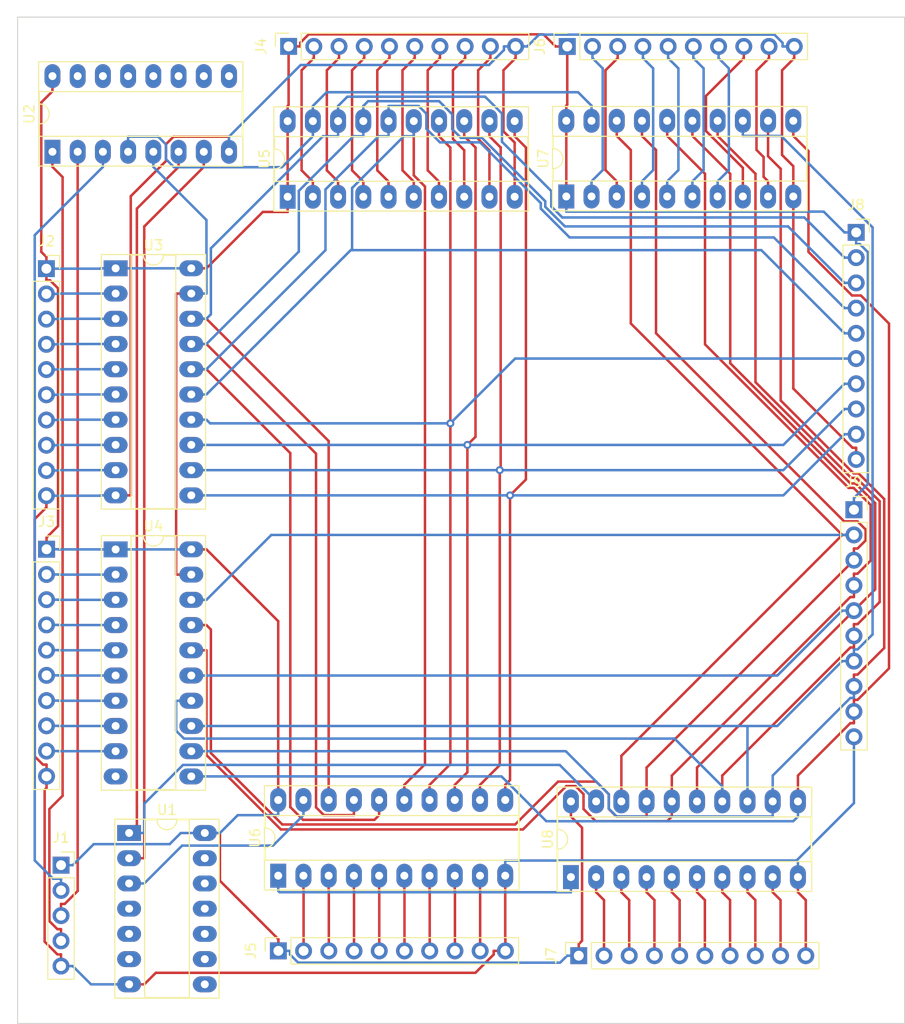
<source format=kicad_pcb>
(kicad_pcb (version 20211014) (generator pcbnew)
  (layers (0 "F.Cu" signal) (31 "B.Cu" signal) (34 "B.Paste" user) (35 "F.Paste" user) (36 "B.SilkS" user "B.Silkscreen") (37 "F.SilkS" user "F.Silkscreen") (38 "B.Mask" user) (39 "F.Mask" user) (44 "Edge.Cuts" user))
  (net 0 "")
  (net 1 "VCC")
  (net 2 "Net-(J1-Pad2)")
  (net 3 "Net-(J1-Pad3)")
  (net 4 "Net-(J1-Pad4)")
  (net 5 "GND")
  (net 6 "Net-(J2-Pad2)")
  (net 7 "Net-(J2-Pad3)")
  (net 8 "Net-(J2-Pad4)")
  (net 9 "Net-(J2-Pad5)")
  (net 10 "Net-(J3-Pad2)")
  (net 11 "Net-(J3-Pad3)")
  (net 12 "Net-(J3-Pad4)")
  (net 13 "Net-(J3-Pad5)")
  (net 14 "Net-(J3-Pad6)")
  (net 15 "Net-(J3-Pad7)")
  (net 16 "Net-(J3-Pad8)")
  (net 17 "Net-(J3-Pad9)")
  (net 18 "Net-(J4-Pad2)")
  (net 19 "Net-(J4-Pad3)")
  (net 20 "Net-(J4-Pad4)")
  (net 21 "Net-(J4-Pad5)")
  (net 22 "Net-(J4-Pad6)")
  (net 23 "Net-(J4-Pad7)")
  (net 24 "Net-(J4-Pad8)")
  (net 25 "Net-(J4-Pad9)")
  (net 26 "Net-(J5-Pad2)")
  (net 27 "Net-(J5-Pad3)")
  (net 28 "Net-(J5-Pad4)")
  (net 29 "Net-(J5-Pad5)")
  (net 30 "Net-(J5-Pad6)")
  (net 31 "Net-(J5-Pad7)")
  (net 32 "Net-(J5-Pad8)")
  (net 33 "Net-(J5-Pad9)")
  (net 34 "Net-(J6-Pad2)")
  (net 35 "Net-(J6-Pad3)")
  (net 36 "Net-(J6-Pad4)")
  (net 37 "Net-(J6-Pad5)")
  (net 38 "Net-(J6-Pad6)")
  (net 39 "Net-(J6-Pad7)")
  (net 40 "Net-(J6-Pad8)")
  (net 41 "Net-(J6-Pad9)")
  (net 42 "Net-(J7-Pad2)")
  (net 43 "Net-(J7-Pad3)")
  (net 44 "Net-(J7-Pad4)")
  (net 45 "Net-(J7-Pad5)")
  (net 46 "Net-(J7-Pad6)")
  (net 47 "Net-(J7-Pad7)")
  (net 48 "Net-(J7-Pad8)")
  (net 49 "Net-(J7-Pad9)")
  (net 50 "Net-(J8-Pad2)")
  (net 51 "Net-(J8-Pad3)")
  (net 52 "Net-(J8-Pad4)")
  (net 53 "Net-(J8-Pad5)")
  (net 54 "Net-(J8-Pad6)")
  (net 55 "Net-(J8-Pad7)")
  (net 56 "Net-(J8-Pad8)")
  (net 57 "Net-(J8-Pad9)")
  (net 58 "Net-(J9-Pad2)")
  (net 59 "Net-(J9-Pad3)")
  (net 60 "Net-(J9-Pad4)")
  (net 61 "Net-(J9-Pad5)")
  (net 62 "Net-(J9-Pad6)")
  (net 63 "Net-(J9-Pad7)")
  (net 64 "Net-(J9-Pad8)")
  (net 65 "Net-(J9-Pad9)")
  (net 66 "Net-(U1-Pad1)")
  (net 67 "Net-(U1-Pad2)")
  (net 68 "Net-(U1-Pad3)")
  (net 69 "Net-(U2-Pad4)")
  (net 70 "Net-(U2-Pad5)")
  (net 71 "Net-(J2-Pad6)")
  (net 72 "Net-(J2-Pad7)")
  (net 73 "Net-(J2-Pad8)")
  (net 74 "Net-(J2-Pad9)")
  (net 76 "Net-(U6-Pad1)")
  (footprint "Connector_PinSocket_2.54mm:PinSocket_1x10_P2.54mm_Vertical" (layer "F.Cu") (at 71.2 110.115 90)
    (fp_text reference "J7")
    (fp_text value "Conn_01x10")
  )
  (footprint "Connector_PinSocket_2.54mm:PinSocket_1x05_P2.54mm_Vertical" (layer "F.Cu") (at 19.065 101)
    (fp_text reference "J1")
    (fp_text value "Conn_01x05")
  )
  (footprint "Connector_PinSocket_2.54mm:PinSocket_1x10_P2.54mm_Vertical" (layer "F.Cu") (at 17.59 40.94)
    (fp_text reference "J2")
    (fp_text value "Conn_01x10")
  )
  (footprint "Connector_PinSocket_2.54mm:PinSocket_1x10_P2.54mm_Vertical" (layer "F.Cu") (at 98.91 65.21)
    (fp_text reference "J9")
    (fp_text value "Conn_01x10")
  )
  (footprint "Package_DIP:DIP-20_W7.62mm_Socket_LongPads" (layer "F.Cu") (at 24.56 40.905)
    (fp_text reference "U3")
    (fp_text value "74LS245")
  )
  (footprint "Package_DIP:DIP-20_W7.62mm_Socket_LongPads" (layer "F.Cu") (at 69.945 33.67 90)
    (fp_text reference "U7")
    (fp_text value "74LS245")
  )
  (footprint "Package_DIP:DIP-16_W7.62mm_Socket_LongPads" (layer "F.Cu") (at 18.2 29.17 90)
    (fp_text reference "U2")
    (fp_text value "74LS139")
  )
  (footprint "Connector_PinSocket_2.54mm:PinSocket_1x10_P2.54mm_Vertical" (layer "F.Cu") (at 40.95 109.63 90)
    (fp_text reference "J5")
    (fp_text value "Conn_01x10")
  )
  (footprint "Package_DIP:DIP-14_W7.62mm_Socket_LongPads" (layer "F.Cu") (at 25.92 97.76)
    (fp_text reference "U1")
    (fp_text value "74LS08")
  )
  (footprint "Package_DIP:DIP-20_W7.62mm_Socket_LongPads" (layer "F.Cu") (at 41.885 33.7 90)
    (fp_text reference "U5")
    (fp_text value "74LS245")
  )
  (footprint "Connector_PinSocket_2.54mm:PinSocket_1x10_P2.54mm_Vertical" (layer "F.Cu") (at 70.04 18.565 90)
    (fp_text reference "J6")
    (fp_text value "Conn_01x10")
  )
  (footprint "Connector_PinSocket_2.54mm:PinSocket_1x10_P2.54mm_Vertical" (layer "F.Cu") (at 99.135 37.29)
    (fp_text reference "J8")
    (fp_text value "Conn_01x10")
  )
  (footprint "Package_DIP:DIP-20_W7.62mm_Socket_LongPads" (layer "F.Cu") (at 70.41 102.2 90)
    (fp_text reference "U8")
    (fp_text value "74LS245")
  )
  (footprint "Package_DIP:DIP-20_W7.62mm_Socket_LongPads" (layer "F.Cu") (at 24.56 69.205)
    (fp_text reference "U4")
    (fp_text value "74LS245")
  )
  (footprint "Connector_PinSocket_2.54mm:PinSocket_1x10_P2.54mm_Vertical" (layer "F.Cu") (at 17.605 69.19)
    (fp_text reference "J3")
    (fp_text value "Conn_01x10")
  )
  (footprint "Package_DIP:DIP-20_W7.62mm_Socket_LongPads" (layer "F.Cu") (at 40.935 102.06 90)
    (fp_text reference "U6")
    (fp_text value "74LS245")
  )
  (footprint "Connector_PinSocket_2.54mm:PinSocket_1x10_P2.54mm_Vertical" (layer "F.Cu") (at 41.98 18.56 90)
    (fp_text reference "J4")
    (fp_text value "Conn_01x10")
  )
  (gr_rect (start 14.69 15.61) (end 104.013951 116.943767) (layer "Edge.Cuts") (width 0.1) (fill none))
  (segment (start 43.1551 18.1928) (end 44.0005 17.3474) (width 0.25) (layer "F.Cu") (net 1))
  (segment (start 69.945 24.5249) (end 70.04 24.4299) (width 0.25) (layer "F.Cu") (net 1))
  (segment (start 17.59 40.94) (end 17.59 42.1151) (width 0.25) (layer "F.Cu") (net 1))
  (segment (start 41.885 33.7) (end 41.885 35.2251) (width 0.25) (layer "F.Cu") (net 1))
  (segment (start 18.2 21.55) (end 18.2 23.0751) (width 0.25) (layer "F.Cu") (net 1))
  (segment (start 35.0651 102.57) (end 40.95 108.4549) (width 0.25) (layer "F.Cu") (net 1))
  (segment (start 71.2 110.115) (end 71.2 108.9399) (width 0.25) (layer "F.Cu") (net 1))
  (segment (start 33.7051 69.205) (end 40.935 76.4349) (width 0.25) (layer "F.Cu") (net 1))
  (segment (start 41.885 26.08) (end 41.885 24.5549) (width 0.25) (layer "F.Cu") (net 1))
  (segment (start 41.98 18.56) (end 43.1551 18.56) (width 0.25) (layer "F.Cu") (net 1))
  (segment (start 70.41 94.58) (end 70.41 96.1051) (width 0.25) (layer "F.Cu") (net 1))
  (segment (start 18.2 23.0751) (end 17.0748 24.2003) (width 0.25) (layer "F.Cu") (net 1))
  (segment (start 70.04 24.4299) (end 70.04 18.565) (width 0.25) (layer "F.Cu") (net 1))
  (segment (start 32.18 69.205) (end 33.7051 69.205) (width 0.25) (layer "F.Cu") (net 1))
  (segment (start 17.59 40.94) (end 17.59 39.7649) (width 0.25) (layer "F.Cu") (net 1))
  (segment (start 39.385 35.2251) (end 33.7051 40.905) (width 0.25) (layer "F.Cu") (net 1))
  (segment (start 41.885 35.2251) (end 39.385 35.2251) (width 0.25) (layer "F.Cu") (net 1))
  (segment (start 32.18 40.905) (end 33.7051 40.905) (width 0.25) (layer "F.Cu") (net 1))
  (segment (start 40.935 76.4349) (end 40.935 94.44) (width 0.25) (layer "F.Cu") (net 1))
  (segment (start 35.0651 97.76) (end 35.0651 102.57) (width 0.25) (layer "F.Cu") (net 1))
  (segment (start 17.605 68.0149) (end 18.7651 66.8548) (width 0.25) (layer "F.Cu") (net 1))
  (segment (start 71.2 108.9399) (end 71.5351 108.6048) (width 0.25) (layer "F.Cu") (net 1))
  (segment (start 18.7651 42.9229) (end 17.9573 42.1151) (width 0.25) (layer "F.Cu") (net 1))
  (segment (start 44.0005 17.3474) (end 67.6473 17.3474) (width 0.25) (layer "F.Cu") (net 1))
  (segment (start 67.6473 17.3474) (end 68.8649 18.565) (width 0.25) (layer "F.Cu") (net 1))
  (segment (start 41.885 33.7) (end 41.885 26.08) (width 0.25) (layer "F.Cu") (net 1))
  (segment (start 41.885 24.5549) (end 41.98 24.4599) (width 0.25) (layer "F.Cu") (net 1))
  (segment (start 17.0748 24.2003) (end 17.0748 39.2497) (width 0.25) (layer "F.Cu") (net 1))
  (segment (start 71.5351 97.2302) (end 70.41 96.1051) (width 0.25) (layer "F.Cu") (net 1))
  (segment (start 69.945 26.05) (end 69.945 24.5249) (width 0.25) (layer "F.Cu") (net 1))
  (segment (start 33.54 97.76) (end 35.0651 97.76) (width 0.25) (layer "F.Cu") (net 1))
  (segment (start 69.945 33.67) (end 69.945 26.05) (width 0.25) (layer "F.Cu") (net 1))
  (segment (start 43.1551 18.56) (end 43.1551 18.1928) (width 0.25) (layer "F.Cu") (net 1))
  (segment (start 71.5351 108.6048) (end 71.5351 97.2302) (width 0.25) (layer "F.Cu") (net 1))
  (segment (start 17.9573 42.1151) (end 17.59 42.1151) (width 0.25) (layer "F.Cu") (net 1))
  (segment (start 17.0748 39.2497) (end 17.59 39.7649) (width 0.25) (layer "F.Cu") (net 1))
  (segment (start 41.98 24.4599) (end 41.98 18.56) (width 0.25) (layer "F.Cu") (net 1))
  (segment (start 70.04 18.565) (end 68.8649 18.565) (width 0.25) (layer "F.Cu") (net 1))
  (segment (start 17.605 69.19) (end 17.605 68.0149) (width 0.25) (layer "F.Cu") (net 1))
  (segment (start 40.95 109.63) (end 40.95 108.4549) (width 0.25) (layer "F.Cu") (net 1))
  (segment (start 18.7651 66.8548) (end 18.7651 42.9229) (width 0.25) (layer "F.Cu") (net 1))
  (segment (start 32.18 40.905) (end 24.56 40.905) (width 0.25) (layer "B.Cu") (net 1))
  (segment (start 40.95 109.63) (end 42.1251 109.63) (width 0.25) (layer "B.Cu") (net 1))
  (segment (start 17.605 69.19) (end 18.7801 69.19) (width 0.25) (layer "B.Cu") (net 1))
  (segment (start 71.2 110.115) (end 70.0249 110.115) (width 0.25) (layer "B.Cu") (net 1))
  (segment (start 31.1276 97.76) (end 33.54 97.76) (width 0.25) (layer "B.Cu") (net 1))
  (segment (start 33.54 97.76) (end 35.0651 97.76) (width 0.25) (layer "B.Cu") (net 1))
  (segment (start 35.0651 97.76) (end 36.86 95.9651) (width 0.25) (layer "B.Cu") (net 1))
  (segment (start 42.1251 109.9972) (end 42.9432 110.8153) (width 0.25) (layer "B.Cu") (net 1))
  (segment (start 42.1251 109.63) (end 42.1251 109.9972) (width 0.25) (layer "B.Cu") (net 1))
  (segment (start 99.135 37.29) (end 99.135 38.4651) (width 0.25) (layer "B.Cu") (net 1))
  (segment (start 69.945 33.67) (end 69.945 35.1951) (width 0.25) (layer "B.Cu") (net 1))
  (segment (start 100.3101 39.2729) (end 99.5023 38.4651) (width 0.25) (layer "B.Cu") (net 1))
  (segment (start 99.135 37.29) (end 97.9599 37.29) (width 0.25) (layer "B.Cu") (net 1))
  (segment (start 18.7951 69.205) (end 18.7801 69.19) (width 0.25) (layer "B.Cu") (net 1))
  (segment (start 17.59 40.94) (end 22.9999 40.94) (width 0.25) (layer "B.Cu") (net 1))
  (segment (start 98.91 64.0349) (end 100.3101 62.6348) (width 0.25) (layer "B.Cu") (net 1))
  (segment (start 24.56 69.205) (end 18.7951 69.205) (width 0.25) (layer "B.Cu") (net 1))
  (segment (start 30.0024 98.8852) (end 31.1276 97.76) (width 0.25) (layer "B.Cu") (net 1))
  (segment (start 22.9999 40.94) (end 23.0349 40.905) (width 0.25) (layer "B.Cu") (net 1))
  (segment (start 22.3549 98.8852) (end 30.0024 98.8852) (width 0.25) (layer "B.Cu") (net 1))
  (segment (start 98.91 65.21) (end 98.91 64.0349) (width 0.25) (layer "B.Cu") (net 1))
  (segment (start 20.2401 101) (end 22.3549 98.8852) (width 0.25) (layer "B.Cu") (net 1))
  (segment (start 95.865 35.1951) (end 97.9599 37.29) (width 0.25) (layer "B.Cu") (net 1))
  (segment (start 69.3246 110.8153) (end 70.0249 110.115) (width 0.25) (layer "B.Cu") (net 1))
  (segment (start 24.56 40.905) (end 23.0349 40.905) (width 0.25) (layer "B.Cu") (net 1))
  (segment (start 42.9432 110.8153) (end 69.3246 110.8153) (width 0.25) (layer "B.Cu") (net 1))
  (segment (start 36.86 95.9651) (end 40.935 95.9651) (width 0.25) (layer "B.Cu") (net 1))
  (segment (start 69.945 35.1951) (end 95.865 35.1951) (width 0.25) (layer "B.Cu") (net 1))
  (segment (start 100.3101 62.6348) (end 100.3101 39.2729) (width 0.25) (layer "B.Cu") (net 1))
  (segment (start 99.5023 38.4651) (end 99.135 38.4651) (width 0.25) (layer "B.Cu") (net 1))
  (segment (start 32.18 69.205) (end 24.56 69.205) (width 0.25) (layer "B.Cu") (net 1))
  (segment (start 19.065 101) (end 20.2401 101) (width 0.25) (layer "B.Cu") (net 1))
  (segment (start 40.935 94.44) (end 40.935 95.9651) (width 0.25) (layer "B.Cu") (net 1))
  (segment (start 16.4148 37.5603) (end 23.28 30.6951) (width 0.25) (layer "B.Cu") (net 2))
  (segment (start 19.065 102.3649) (end 18.2571 102.3649) (width 0.25) (layer "B.Cu") (net 2))
  (segment (start 23.28 29.17) (end 23.28 30.6951) (width 0.25) (layer "B.Cu") (net 2))
  (segment (start 18.2571 102.3649) (end 16.4148 100.5226) (width 0.25) (layer "B.Cu") (net 2))
  (segment (start 19.065 103.54) (end 19.065 102.3649) (width 0.25) (layer "B.Cu") (net 2))
  (segment (start 16.4148 100.5226) (end 16.4148 37.5603) (width 0.25) (layer "B.Cu") (net 2))
  (segment (start 20.74 103.5971) (end 20.74 29.17) (width 0.25) (layer "F.Cu") (net 3))
  (segment (start 19.065 104.9049) (end 19.4322 104.9049) (width 0.25) (layer "F.Cu") (net 3))
  (segment (start 19.065 106.08) (end 19.065 104.9049) (width 0.25) (layer "F.Cu") (net 3))
  (segment (start 19.4322 104.9049) (end 20.74 103.5971) (width 0.25) (layer "F.Cu") (net 3))
  (segment (start 19.065 107.4449) (end 18.6978 107.4449) (width 0.25) (layer "F.Cu") (net 4))
  (segment (start 19.065 108.62) (end 19.065 107.4449) (width 0.25) (layer "F.Cu") (net 4))
  (segment (start 18.2 29.17) (end 18.2 30.6951) (width 0.25) (layer "F.Cu") (net 4))
  (segment (start 19.2228 94.0151) (end 19.2228 31.7179) (width 0.25) (layer "F.Cu") (net 4))
  (segment (start 17.8898 95.3481) (end 19.2228 94.0151) (width 0.25) (layer "F.Cu") (net 4))
  (segment (start 17.8898 106.6369) (end 17.8898 95.3481) (width 0.25) (layer "F.Cu") (net 4))
  (segment (start 19.2228 31.7179) (end 18.2 30.6951) (width 0.25) (layer "F.Cu") (net 4))
  (segment (start 18.6978 107.4449) (end 17.8898 106.6369) (width 0.25) (layer "F.Cu") (net 4))
  (segment (start 91.6698 20.9703) (end 92.9 19.7401) (width 0.25) (layer "F.Cu") (net 5))
  (segment (start 62.6349 109.9952) (end 62.6349 109.63) (width 0.25) (layer "F.Cu") (net 5))
  (segment (start 92.805 30.6237) (end 91.6698 29.4885) (width 0.25) (layer "F.Cu") (net 5))
  (segment (start 92.805 53.0102) (end 98.7697 58.9749) (width 0.25) (layer "F.Cu") (net 5))
  (segment (start 64.84 19.7351) (end 63.6154 20.9597) (width 0.25) (layer "F.Cu") (net 5))
  (segment (start 16.4089 66.1562) (end 16.4089 90.0441) (width 0.25) (layer "F.Cu") (net 5))
  (segment (start 35.98 29.17) (end 35.98 27.6449) (width 0.25) (layer "F.Cu") (net 5))
  (segment (start 29.63 30.1) (end 29.63 28.4121) (width 0.25) (layer "F.Cu") (net 5))
  (segment (start 93.27 102.2) (end 93.27 103.7251) (width 0.25) (layer "F.Cu") (net 5))
  (segment (start 28.6064 111.8387) (end 60.7914 111.8387) (width 0.25) (layer "F.Cu") (net 5))
  (segment (start 63.81 109.63) (end 63.81 108.4549) (width 0.25) (layer "F.Cu") (net 5))
  (segment (start 94.06 104.5151) (end 94.06 110.115) (width 0.25) (layer "F.Cu") (net 5))
  (segment (start 17.605 92.05) (end 17.605 90.8749) (width 0.25) (layer "F.Cu") (net 5))
  (segment (start 64.745 28.2418) (end 64.745 33.7) (width 0.25) (layer "F.Cu") (net 5))
  (segment (start 98.7697 58.9749) (end 99.135 58.9749) (width 0.25) (layer "F.Cu") (net 5))
  (segment (start 63.81 109.63) (end 62.6349 109.63) (width 0.25) (layer "F.Cu") (net 5))
  (segment (start 92.805 32.1449) (end 92.805 30.6237) (width 0.25) (layer "F.Cu") (net 5))
  (segment (start 19.065 111.16) (end 19.065 109.9849) (width 0.25) (layer "F.Cu") (net 5))
  (segment (start 63.6154 20.9597) (end 63.6154 27.1122) (width 0.25) (layer "F.Cu") (net 5))
  (segment (start 17.4135 93.4166) (end 17.605 93.2251) (width 0.25) (layer "F.Cu") (net 5))
  (segment (start 27.4451 113) (end 28.6064 111.8387) (width 0.25) (layer "F.Cu") (net 5))
  (segment (start 92.9 18.565) (end 92.9 19.7401) (width 0.25) (layer "F.Cu") (net 5))
  (segment (start 92.805 33.2364) (end 92.805 33.67) (width 0.25) (layer "F.Cu") (net 5))
  (segment (start 16.4089 90.0441) (end 17.2397 90.8749) (width 0.25) (layer "F.Cu") (net 5))
  (segment (start 17.4135 108.7006) (end 17.4135 93.4166) (width 0.25) (layer "F.Cu") (net 5))
  (segment (start 99.135 60.15) (end 99.135 58.9749) (width 0.25) (layer "F.Cu") (net 5))
  (segment (start 64.84 18.56) (end 64.84 19.7351) (width 0.25) (layer "F.Cu") (net 5))
  (segment (start 92.805 33.67) (end 92.805 53.0102) (width 0.25) (layer "F.Cu") (net 5))
  (segment (start 17.59 63.8) (end 17.59 64.9751) (width 0.25) (layer "F.Cu") (net 5))
  (segment (start 25.92 113) (end 27.4451 113) (width 0.25) (layer "F.Cu") (net 5))
  (segment (start 26.0851 63.765) (end 26.0851 33.6449) (width 0.25) (layer "F.Cu") (net 5))
  (segment (start 92.805 33.2364) (end 92.805 32.1449) (width 0.25) (layer "F.Cu") (net 5))
  (segment (start 19.065 109.9849) (end 18.6978 109.9849) (width 0.25) (layer "F.Cu") (net 5))
  (segment (start 26.0851 33.6449) (end 29.63 30.1) (width 0.25) (layer "F.Cu") (net 5))
  (segment (start 17.2397 90.8749) (end 17.605 90.8749) (width 0.25) (layer "F.Cu") (net 5))
  (segment (start 30.3972 27.6449) (end 35.98 27.6449) (width 0.25) (layer "F.Cu") (net 5))
  (segment (start 60.7914 111.8387) (end 62.6349 109.9952) (width 0.25) (layer "F.Cu") (net 5))
  (segment (start 17.59 64.9751) (end 16.4089 66.1562) (width 0.25) (layer "F.Cu") (net 5))
  (segment (start 18.6978 109.9849) (end 17.4135 108.7006) (width 0.25) (layer "F.Cu") (net 5))
  (segment (start 91.6698 29.4885) (end 91.6698 20.9703) (width 0.25) (layer "F.Cu") (net 5))
  (segment (start 17.605 92.05) (end 17.605 93.2251) (width 0.25) (layer "F.Cu") (net 5))
  (segment (start 24.56 63.765) (end 26.0851 63.765) (width 0.25) (layer "F.Cu") (net 5))
  (segment (start 63.795 108.4399) (end 63.81 108.4549) (width 0.25) (layer "F.Cu") (net 5))
  (segment (start 93.27 103.7251) (end 94.06 104.5151) (width 0.25) (layer "F.Cu") (net 5))
  (segment (start 63.6154 27.1122) (end 64.745 28.2418) (width 0.25) (layer "F.Cu") (net 5))
  (segment (start 29.63 28.4121) (end 30.3972 27.6449) (width 0.25) (layer "F.Cu") (net 5))
  (segment (start 63.795 102.06) (end 63.795 108.4399) (width 0.25) (layer "F.Cu") (net 5))
  (segment (start 43.1928 20.4321) (end 62.158 20.4321) (width 0.25) (layer "B.Cu") (net 5))
  (segment (start 22.0801 113) (end 25.92 113) (width 0.25) (layer "B.Cu") (net 5))
  (segment (start 35.98 27.6449) (end 43.1928 20.4321) (width 0.25) (layer "B.Cu") (net 5))
  (segment (start 35.98 29.17) (end 35.98 27.6449) (width 0.25) (layer "B.Cu") (net 5))
  (segment (start 93.13 100.5349) (end 93.27 100.6749) (width 0.25) (layer "B.Cu") (net 5))
  (segment (start 93.13 100.5349) (end 98.91 94.7549) (width 0.25) (layer "B.Cu") (net 5))
  (segment (start 64.84 18.56) (end 66.0151 18.56) (width 0.25) (layer "B.Cu") (net 5))
  (segment (start 63.795 102.06) (end 63.795 100.5349) (width 0.25) (layer "B.Cu") (net 5))
  (segment (start 19.065 111.16) (end 20.2401 111.16) (width 0.25) (layer "B.Cu") (net 5))
  (segment (start 92.9 18.565) (end 91.7249 18.565) (width 0.25) (layer "B.Cu") (net 5))
  (segment (start 91.7249 18.1998) (end 91.7249 18.565) (width 0.25) (layer "B.Cu") (net 5))
  (segment (start 63.795 100.5349) (end 93.13 100.5349) (width 0.25) (layer "B.Cu") (net 5))
  (segment (start 20.2401 111.16) (end 22.0801 113) (width 0.25) (layer "B.Cu") (net 5))
  (segment (start 98.91 94.7549) (end 98.91 88.07) (width 0.25) (layer "B.Cu") (net 5))
  (segment (start 90.8973 17.3722) (end 91.7249 18.1998) (width 0.25) (layer "B.Cu") (net 5))
  (segment (start 63.6649 18.9252) (end 63.6649 18.56) (width 0.25) (layer "B.Cu") (net 5))
  (segment (start 62.158 20.4321) (end 63.6649 18.9252) (width 0.25) (layer "B.Cu") (net 5))
  (segment (start 66.0151 18.56) (end 67.2029 17.3722) (width 0.25) (layer "B.Cu") (net 5))
  (segment (start 64.84 18.56) (end 63.6649 18.56) (width 0.25) (layer "B.Cu") (net 5))
  (segment (start 67.2029 17.3722) (end 90.8973 17.3722) (width 0.25) (layer "B.Cu") (net 5))
  (segment (start 93.27 102.2) (end 93.27 100.6749) (width 0.25) (layer "B.Cu") (net 5))
  (segment (start 17.59 63.8) (end 22.9999 63.8) (width 0.25) (layer "B.Cu") (net 5))
  (segment (start 22.9999 63.8) (end 23.0349 63.765) (width 0.25) (layer "B.Cu") (net 5))
  (segment (start 24.56 63.765) (end 23.0349 63.765) (width 0.25) (layer "B.Cu") (net 5))
  (segment (start 24.56 43.445) (end 18.8001 43.445) (width 0.25) (layer "B.Cu") (net 6))
  (segment (start 18.8001 43.445) (end 18.7651 43.48) (width 0.25) (layer "B.Cu") (net 6))
  (segment (start 17.59 43.48) (end 18.7651 43.48) (width 0.25) (layer "B.Cu") (net 6))
  (segment (start 18.8001 45.985) (end 18.7651 46.02) (width 0.25) (layer "B.Cu") (net 7))
  (segment (start 17.59 46.02) (end 18.7651 46.02) (width 0.25) (layer "B.Cu") (net 7))
  (segment (start 24.56 45.985) (end 18.8001 45.985) (width 0.25) (layer "B.Cu") (net 7))
  (segment (start 24.56 48.525) (end 18.8001 48.525) (width 0.25) (layer "B.Cu") (net 8))
  (segment (start 17.59 48.56) (end 18.7651 48.56) (width 0.25) (layer "B.Cu") (net 8))
  (segment (start 18.8001 48.525) (end 18.7651 48.56) (width 0.25) (layer "B.Cu") (net 8))
  (segment (start 17.59 51.1) (end 18.7651 51.1) (width 0.25) (layer "B.Cu") (net 9))
  (segment (start 18.8001 51.065) (end 18.7651 51.1) (width 0.25) (layer "B.Cu") (net 9))
  (segment (start 24.56 51.065) (end 18.8001 51.065) (width 0.25) (layer "B.Cu") (net 9))
  (segment (start 24.56 71.745) (end 18.7951 71.745) (width 0.25) (layer "B.Cu") (net 10))
  (segment (start 17.605 71.73) (end 18.7801 71.73) (width 0.25) (layer "B.Cu") (net 10))
  (segment (start 18.7951 71.745) (end 18.7801 71.73) (width 0.25) (layer "B.Cu") (net 10))
  (segment (start 24.56 74.285) (end 18.7951 74.285) (width 0.25) (layer "B.Cu") (net 11))
  (segment (start 17.605 74.27) (end 18.7801 74.27) (width 0.25) (layer "B.Cu") (net 11))
  (segment (start 18.7951 74.285) (end 18.7801 74.27) (width 0.25) (layer "B.Cu") (net 11))
  (segment (start 18.7951 76.825) (end 18.7801 76.81) (width 0.25) (layer "B.Cu") (net 12))
  (segment (start 24.56 76.825) (end 18.7951 76.825) (width 0.25) (layer "B.Cu") (net 12))
  (segment (start 17.605 76.81) (end 18.7801 76.81) (width 0.25) (layer "B.Cu") (net 12))
  (segment (start 24.56 79.365) (end 18.7951 79.365) (width 0.25) (layer "B.Cu") (net 13))
  (segment (start 17.605 79.35) (end 18.7801 79.35) (width 0.25) (layer "B.Cu") (net 13))
  (segment (start 18.7951 79.365) (end 18.7801 79.35) (width 0.25) (layer "B.Cu") (net 13))
  (segment (start 24.56 81.905) (end 18.7951 81.905) (width 0.25) (layer "B.Cu") (net 14))
  (segment (start 18.7951 81.905) (end 18.7801 81.89) (width 0.25) (layer "B.Cu") (net 14))
  (segment (start 17.605 81.89) (end 18.7801 81.89) (width 0.25) (layer "B.Cu") (net 14))
  (segment (start 18.7951 84.445) (end 18.7801 84.43) (width 0.25) (layer "B.Cu") (net 15))
  (segment (start 24.56 84.445) (end 18.7951 84.445) (width 0.25) (layer "B.Cu") (net 15))
  (segment (start 17.605 84.43) (end 18.7801 84.43) (width 0.25) (layer "B.Cu") (net 15))
  (segment (start 17.605 86.97) (end 18.7801 86.97) (width 0.25) (layer "B.Cu") (net 16))
  (segment (start 24.56 86.985) (end 18.7951 86.985) (width 0.25) (layer "B.Cu") (net 16))
  (segment (start 18.7951 86.985) (end 18.7801 86.97) (width 0.25) (layer "B.Cu") (net 16))
  (segment (start 17.605 89.51) (end 18.7801 89.51) (width 0.25) (layer "B.Cu") (net 17))
  (segment (start 18.7951 89.525) (end 18.7801 89.51) (width 0.25) (layer "B.Cu") (net 17))
  (segment (start 24.56 89.525) (end 18.7951 89.525) (width 0.25) (layer "B.Cu") (net 17))
  (segment (start 44.425 32.1749) (end 43.2898 31.0397) (width 0.25) (layer "F.Cu") (net 18))
  (segment (start 44.52 18.56) (end 44.52 19.7351) (width 0.25) (layer "F.Cu") (net 18))
  (segment (start 43.2898 20.9653) (end 44.52 19.7351) (width 0.25) (layer "F.Cu") (net 18))
  (segment (start 43.2898 31.0397) (end 43.2898 20.9653) (width 0.25) (layer "F.Cu") (net 18))
  (segment (start 44.425 33.7) (end 44.425 32.1749) (width 0.25) (layer "F.Cu") (net 18))
  (segment (start 46.965 32.1749) (end 45.8298 31.0397) (width 0.25) (layer "F.Cu") (net 19))
  (segment (start 47.06 18.56) (end 47.06 19.7351) (width 0.25) (layer "F.Cu") (net 19))
  (segment (start 45.8298 20.9653) (end 47.06 19.7351) (width 0.25) (layer "F.Cu") (net 19))
  (segment (start 45.8298 31.0397) (end 45.8298 20.9653) (width 0.25) (layer "F.Cu") (net 19))
  (segment (start 46.965 33.7) (end 46.965 32.1749) (width 0.25) (layer "F.Cu") (net 19))
  (segment (start 48.3698 31.0397) (end 48.3698 20.9653) (width 0.25) (layer "F.Cu") (net 20))
  (segment (start 49.505 33.7) (end 49.505 32.1749) (width 0.25) (layer "F.Cu") (net 20))
  (segment (start 49.505 32.1749) (end 48.3698 31.0397) (width 0.25) (layer "F.Cu") (net 20))
  (segment (start 49.6 18.56) (end 49.6 19.7351) (width 0.25) (layer "F.Cu") (net 20))
  (segment (start 48.3698 20.9653) (end 49.6 19.7351) (width 0.25) (layer "F.Cu") (net 20))
  (segment (start 50.9098 20.9653) (end 52.14 19.7351) (width 0.25) (layer "F.Cu") (net 21))
  (segment (start 52.045 32.1749) (end 50.9098 31.0397) (width 0.25) (layer "F.Cu") (net 21))
  (segment (start 50.9098 31.0397) (end 50.9098 20.9653) (width 0.25) (layer "F.Cu") (net 21))
  (segment (start 52.045 33.7) (end 52.045 32.1749) (width 0.25) (layer "F.Cu") (net 21))
  (segment (start 52.14 18.56) (end 52.14 19.7351) (width 0.25) (layer "F.Cu") (net 21))
  (segment (start 53.4498 31.0397) (end 53.4498 20.9653) (width 0.25) (layer "F.Cu") (net 22))
  (segment (start 54.585 32.1749) (end 53.4498 31.0397) (width 0.25) (layer "F.Cu") (net 22))
  (segment (start 53.4498 20.9653) (end 54.68 19.7351) (width 0.25) (layer "F.Cu") (net 22))
  (segment (start 54.68 18.56) (end 54.68 19.7351) (width 0.25) (layer "F.Cu") (net 22))
  (segment (start 54.585 33.7) (end 54.585 32.1749) (width 0.25) (layer "F.Cu") (net 22))
  (segment (start 57.125 33.7) (end 57.125 32.1749) (width 0.25) (layer "F.Cu") (net 23))
  (segment (start 57.22 18.56) (end 57.22 19.7351) (width 0.25) (layer "F.Cu") (net 23))
  (segment (start 55.9898 31.0397) (end 55.9898 20.9653) (width 0.25) (layer "F.Cu") (net 23))
  (segment (start 55.9898 20.9653) (end 57.22 19.7351) (width 0.25) (layer "F.Cu") (net 23))
  (segment (start 57.125 32.1749) (end 55.9898 31.0397) (width 0.25) (layer "F.Cu") (net 23))
  (segment (start 59.665 29.0151) (end 58.5298 27.8799) (width 0.25) (layer "F.Cu") (net 24))
  (segment (start 58.5298 27.8799) (end 58.5298 20.9653) (width 0.25) (layer "F.Cu") (net 24))
  (segment (start 59.665 33.7) (end 59.665 29.0151) (width 0.25) (layer "F.Cu") (net 24))
  (segment (start 59.76 18.56) (end 59.76 19.7351) (width 0.25) (layer "F.Cu") (net 24))
  (segment (start 58.5298 20.9653) (end 59.76 19.7351) (width 0.25) (layer "F.Cu") (net 24))
  (segment (start 62.205 33.7) (end 62.205 29.0151) (width 0.25) (layer "F.Cu") (net 25))
  (segment (start 61.0698 27.8799) (end 61.0698 20.9653) (width 0.25) (layer "F.Cu") (net 25))
  (segment (start 62.205 29.0151) (end 61.0698 27.8799) (width 0.25) (layer "F.Cu") (net 25))
  (segment (start 62.3 18.56) (end 62.3 19.7351) (width 0.25) (layer "F.Cu") (net 25))
  (segment (start 61.0698 20.9653) (end 62.3 19.7351) (width 0.25) (layer "F.Cu") (net 25))
  (segment (start 43.475 103.5851) (end 43.49 103.6001) (width 0.25) (layer "F.Cu") (net 26))
  (segment (start 43.49 103.6001) (end 43.49 109.63) (width 0.25) (layer "F.Cu") (net 26))
  (segment (start 43.475 102.06) (end 43.475 103.5851) (width 0.25) (layer "F.Cu") (net 26))
  (segment (start 46.015 102.06) (end 46.015 103.5851) (width 0.25) (layer "F.Cu") (net 27))
  (segment (start 46.03 103.6001) (end 46.03 109.63) (width 0.25) (layer "F.Cu") (net 27))
  (segment (start 46.015 103.5851) (end 46.03 103.6001) (width 0.25) (layer "F.Cu") (net 27))
  (segment (start 48.57 103.6001) (end 48.57 109.63) (width 0.25) (layer "F.Cu") (net 28))
  (segment (start 48.555 102.06) (end 48.555 103.5851) (width 0.25) (layer "F.Cu") (net 28))
  (segment (start 48.555 103.5851) (end 48.57 103.6001) (width 0.25) (layer "F.Cu") (net 28))
  (segment (start 51.11 103.6001) (end 51.11 109.63) (width 0.25) (layer "F.Cu") (net 29))
  (segment (start 51.095 103.5851) (end 51.11 103.6001) (width 0.25) (layer "F.Cu") (net 29))
  (segment (start 51.095 102.06) (end 51.095 103.5851) (width 0.25) (layer "F.Cu") (net 29))
  (segment (start 53.65 103.6001) (end 53.65 109.63) (width 0.25) (layer "F.Cu") (net 30))
  (segment (start 53.635 103.5851) (end 53.65 103.6001) (width 0.25) (layer "F.Cu") (net 30))
  (segment (start 53.635 102.06) (end 53.635 103.5851) (width 0.25) (layer "F.Cu") (net 30))
  (segment (start 56.175 103.5851) (end 56.19 103.6001) (width 0.25) (layer "F.Cu") (net 31))
  (segment (start 56.175 102.06) (end 56.175 103.5851) (width 0.25) (layer "F.Cu") (net 31))
  (segment (start 56.19 103.6001) (end 56.19 109.63) (width 0.25) (layer "F.Cu") (net 31))
  (segment (start 58.715 102.06) (end 58.715 103.5851) (width 0.25) (layer "F.Cu") (net 32))
  (segment (start 58.73 103.6001) (end 58.73 109.63) (width 0.25) (layer "F.Cu") (net 32))
  (segment (start 58.715 103.5851) (end 58.73 103.6001) (width 0.25) (layer "F.Cu") (net 32))
  (segment (start 61.255 102.06) (end 61.255 103.5851) (width 0.25) (layer "F.Cu") (net 33))
  (segment (start 61.27 103.6001) (end 61.27 109.63) (width 0.25) (layer "F.Cu") (net 33))
  (segment (start 61.255 103.5851) (end 61.27 103.6001) (width 0.25) (layer "F.Cu") (net 33))
  (segment (start 72.58 18.565) (end 72.58 19.7401) (width 0.25) (layer "B.Cu") (net 34))
  (segment (start 72.485 33.67) (end 72.485 32.1449) (width 0.25) (layer "B.Cu") (net 34))
  (segment (start 73.6122 31.0177) (end 73.6122 20.7723) (width 0.25) (layer "B.Cu") (net 34))
  (segment (start 72.485 32.1449) (end 73.6122 31.0177) (width 0.25) (layer "B.Cu") (net 34))
  (segment (start 73.6122 20.7723) (end 72.58 19.7401) (width 0.25) (layer "B.Cu") (net 34))
  (segment (start 75.12 18.565) (end 75.12 19.7401) (width 0.25) (layer "F.Cu") (net 35))
  (segment (start 73.8898 20.9703) (end 75.12 19.7401) (width 0.25) (layer "F.Cu") (net 35))
  (segment (start 73.8898 31.0097) (end 73.8898 20.9703) (width 0.25) (layer "F.Cu") (net 35))
  (segment (start 75.025 33.67) (end 75.025 32.1449) (width 0.25) (layer "F.Cu") (net 35))
  (segment (start 75.025 32.1449) (end 73.8898 31.0097) (width 0.25) (layer "F.Cu") (net 35))
  (segment (start 78.6926 31.0173) (end 78.6926 20.7727) (width 0.25) (layer "B.Cu") (net 36))
  (segment (start 77.565 33.67) (end 77.565 32.1449) (width 0.25) (layer "B.Cu") (net 36))
  (segment (start 77.565 32.1449) (end 78.6926 31.0173) (width 0.25) (layer "B.Cu") (net 36))
  (segment (start 77.66 18.565) (end 77.66 19.7401) (width 0.25) (layer "B.Cu") (net 36))
  (segment (start 78.6926 20.7727) (end 77.66 19.7401) (width 0.25) (layer "B.Cu") (net 36))
  (segment (start 81.2326 20.7727) (end 80.2 19.7401) (width 0.25) (layer "B.Cu") (net 37))
  (segment (start 80.105 33.67) (end 80.105 32.1449) (width 0.25) (layer "B.Cu") (net 37))
  (segment (start 80.105 32.1449) (end 81.2326 31.0173) (width 0.25) (layer "B.Cu") (net 37))
  (segment (start 80.2 18.565) (end 80.2 19.7401) (width 0.25) (layer "B.Cu") (net 37))
  (segment (start 81.2326 31.0173) (end 81.2326 20.7727) (width 0.25) (layer "B.Cu") (net 37))
  (segment (start 83.7726 20.7727) (end 82.74 19.7401) (width 0.25) (layer "B.Cu") (net 38))
  (segment (start 82.645 33.67) (end 82.645 32.1449) (width 0.25) (layer "B.Cu") (net 38))
  (segment (start 83.7726 31.0173) (end 83.7726 20.7727) (width 0.25) (layer "B.Cu") (net 38))
  (segment (start 82.74 18.565) (end 82.74 19.7401) (width 0.25) (layer "B.Cu") (net 38))
  (segment (start 82.645 32.1449) (end 83.7726 31.0173) (width 0.25) (layer "B.Cu") (net 38))
  (segment (start 85.28 18.565) (end 85.28 19.7401) (width 0.25) (layer "B.Cu") (net 39))
  (segment (start 85.185 32.1449) (end 86.3126 31.0173) (width 0.25) (layer "B.Cu") (net 39))
  (segment (start 85.185 33.67) (end 85.185 32.1449) (width 0.25) (layer "B.Cu") (net 39))
  (segment (start 86.3126 20.7727) (end 85.28 19.7401) (width 0.25) (layer "B.Cu") (net 39))
  (segment (start 86.3126 31.0173) (end 86.3126 20.7727) (width 0.25) (layer "B.Cu") (net 39))
  (segment (start 87.725 33.67) (end 87.725 30.79) (width 0.25) (layer "F.Cu") (net 40))
  (segment (start 87.82 18.565) (end 87.82 19.7401) (width 0.25) (layer "F.Cu") (net 40))
  (segment (start 87.725 30.79) (end 84.0098 27.0748) (width 0.25) (layer "F.Cu") (net 40))
  (segment (start 84.0098 27.0748) (end 84.0098 23.5503) (width 0.25) (layer "F.Cu") (net 40))
  (segment (start 84.0098 23.5503) (end 87.82 19.7401) (width 0.25) (layer "F.Cu") (net 40))
  (segment (start 89.0976 28.9839) (end 89.0976 21.0025) (width 0.25) (layer "F.Cu") (net 41))
  (segment (start 89.8148 29.7011) (end 89.0976 28.9839) (width 0.25) (layer "F.Cu") (net 41))
  (segment (start 90.36 18.565) (end 90.36 19.7401) (width 0.25) (layer "F.Cu") (net 41))
  (segment (start 89.0976 21.0025) (end 90.36 19.7401) (width 0.25) (layer "F.Cu") (net 41))
  (segment (start 90.265 32.1449) (end 89.8148 31.6947) (width 0.25) (layer "F.Cu") (net 41))
  (segment (start 90.265 33.67) (end 90.265 32.1449) (width 0.25) (layer "F.Cu") (net 41))
  (segment (start 89.8148 31.6947) (end 89.8148 29.7011) (width 0.25) (layer "F.Cu") (net 41))
  (segment (start 73.74 104.5151) (end 73.74 110.115) (width 0.25) (layer "F.Cu") (net 42))
  (segment (start 72.95 103.7251) (end 73.74 104.5151) (width 0.25) (layer "F.Cu") (net 42))
  (segment (start 72.95 102.2) (end 72.95 103.7251) (width 0.25) (layer "F.Cu") (net 42))
  (segment (start 76.28 104.5151) (end 76.28 110.115) (width 0.25) (layer "F.Cu") (net 43))
  (segment (start 75.49 103.7251) (end 76.28 104.5151) (width 0.25) (layer "F.Cu") (net 43))
  (segment (start 75.49 102.2) (end 75.49 103.7251) (width 0.25) (layer "F.Cu") (net 43))
  (segment (start 78.03 103.7251) (end 78.82 104.5151) (width 0.25) (layer "F.Cu") (net 44))
  (segment (start 78.82 104.5151) (end 78.82 110.115) (width 0.25) (layer "F.Cu") (net 44))
  (segment (start 78.03 102.2) (end 78.03 103.7251) (width 0.25) (layer "F.Cu") (net 44))
  (segment (start 80.57 103.7251) (end 81.36 104.5151) (width 0.25) (layer "F.Cu") (net 45))
  (segment (start 80.57 102.2) (end 80.57 103.7251) (width 0.25) (layer "F.Cu") (net 45))
  (segment (start 81.36 104.5151) (end 81.36 110.115) (width 0.25) (layer "F.Cu") (net 45))
  (segment (start 83.11 102.2) (end 83.11 103.7251) (width 0.25) (layer "F.Cu") (net 46))
  (segment (start 83.11 103.7251) (end 83.9 104.5151) (width 0.25) (layer "F.Cu") (net 46))
  (segment (start 83.9 104.5151) (end 83.9 110.115) (width 0.25) (layer "F.Cu") (net 46))
  (segment (start 85.65 103.7251) (end 86.44 104.5151) (width 0.25) (layer "F.Cu") (net 47))
  (segment (start 85.65 102.2) (end 85.65 103.7251) (width 0.25) (layer "F.Cu") (net 47))
  (segment (start 86.44 104.5151) (end 86.44 110.115) (width 0.25) (layer "F.Cu") (net 47))
  (segment (start 88.19 103.7251) (end 88.98 104.5151) (width 0.25) (layer "F.Cu") (net 48))
  (segment (start 88.98 104.5151) (end 88.98 110.115) (width 0.25) (layer "F.Cu") (net 48))
  (segment (start 88.19 102.2) (end 88.19 103.7251) (width 0.25) (layer "F.Cu") (net 48))
  (segment (start 91.52 104.5151) (end 91.52 110.115) (width 0.25) (layer "F.Cu") (net 49))
  (segment (start 90.73 102.2) (end 90.73 103.7251) (width 0.25) (layer "F.Cu") (net 49))
  (segment (start 90.73 103.7251) (end 91.52 104.5151) (width 0.25) (layer "F.Cu") (net 49))
  (segment (start 32.18 45.985) (end 33.7051 45.985) (width 0.25) (layer "F.Cu") (net 50))
  (segment (start 46.015 58.2949) (end 33.7051 45.985) (width 0.25) (layer "F.Cu") (net 50))
  (segment (start 46.015 94.44) (end 46.015 58.2949) (width 0.25) (layer "F.Cu") (net 50))
  (segment (start 34.1552 45.5349) (end 34.1552 38.8898) (width 0.25) (layer "B.Cu") (net 50))
  (segment (start 69.5396 35.7835) (end 93.9134 35.7835) (width 0.25) (layer "B.Cu") (net 50))
  (segment (start 46.965 26.08) (end 46.965 24.5549) (width 0.25) (layer "B.Cu") (net 50))
  (segment (start 32.18 45.985) (end 33.7051 45.985) (width 0.25) (layer "B.Cu") (net 50))
  (segment (start 68.4349 34.6788) (end 69.5396 35.7835) (width 0.25) (layer "B.Cu") (net 50))
  (segment (start 68.4349 33.1268) (end 68.4349 34.6788) (width 0.25) (layer "B.Cu") (net 50))
  (segment (start 63.4672 28.1591) (end 68.4349 33.1268) (width 0.25) (layer "B.Cu") (net 50))
  (segment (start 63.4672 25.3198) (end 63.4672 28.1591) (width 0.25) (layer "B.Cu") (net 50))
  (segment (start 46.965 24.5549) (end 47.8952 23.6247) (width 0.25) (layer "B.Cu") (net 50))
  (segment (start 46.965 26.08) (end 46.965 27.6051) (width 0.25) (layer "B.Cu") (net 50))
  (segment (start 93.9134 35.7835) (end 97.9599 39.83) (width 0.25) (layer "B.Cu") (net 50))
  (segment (start 99.135 39.83) (end 97.9599 39.83) (width 0.25) (layer "B.Cu") (net 50))
  (segment (start 47.8952 23.6247) (end 61.7721 23.6247) (width 0.25) (layer "B.Cu") (net 50))
  (segment (start 61.7721 23.6247) (end 63.4672 25.3198) (width 0.25) (layer "B.Cu") (net 50))
  (segment (start 45.4399 27.6051) (end 46.965 27.6051) (width 0.25) (layer "B.Cu") (net 50))
  (segment (start 34.1552 38.8898) (end 45.4399 27.6051) (width 0.25) (layer "B.Cu") (net 50))
  (segment (start 33.7051 45.985) (end 34.1552 45.5349) (width 0.25) (layer "B.Cu") (net 50))
  (segment (start 44.745 59.5649) (end 44.745 95.1792) (width 0.25) (layer "F.Cu") (net 51))
  (segment (start 44.745 95.1792) (end 45.5309 95.9651) (width 0.25) (layer "F.Cu") (net 51))
  (segment (start 45.5309 95.9651) (end 48.555 95.9651) (width 0.25) (layer "F.Cu") (net 51))
  (segment (start 33.7051 48.525) (end 44.745 59.5649) (width 0.25) (layer "F.Cu") (net 51))
  (segment (start 48.555 94.44) (end 48.555 95.9651) (width 0.25) (layer "F.Cu") (net 51))
  (segment (start 32.18 48.525) (end 33.7051 48.525) (width 0.25) (layer "F.Cu") (net 51))
  (segment (start 57.137 24.0748) (end 58.4565 25.3943) (width 0.25) (layer "B.Cu") (net 51))
  (segment (start 58.4565 26.8898) (end 59.3355 27.7688) (width 0.25) (layer "B.Cu") (net 51))
  (segment (start 43.0102 39.2199) (end 43.0102 33.1042) (width 0.25) (layer "B.Cu") (net 51))
  (segment (start 48.5093 27.6051) (end 49.505 27.6051) (width 0.25) (layer "B.Cu") (net 51))
  (segment (start 49.505 24.5549) (end 49.9851 24.0748) (width 0.25) (layer "B.Cu") (net 51))
  (segment (start 67.8255 34.706) (end 69.8032 36.6837) (width 0.25) (layer "B.Cu") (net 51))
  (segment (start 33.7051 48.525) (end 43.0102 39.2199) (width 0.25) (layer "B.Cu") (net 51))
  (segment (start 32.18 48.525) (end 33.7051 48.525) (width 0.25) (layer "B.Cu") (net 51))
  (segment (start 67.8255 34.149) (end 67.8255 34.706) (width 0.25) (layer "B.Cu") (net 51))
  (segment (start 69.8032 36.6837) (end 92.2736 36.6837) (width 0.25) (layer "B.Cu") (net 51))
  (segment (start 49.505 26.08) (end 49.505 27.6051) (width 0.25) (layer "B.Cu") (net 51))
  (segment (start 59.3355 27.7688) (end 61.4453 27.7688) (width 0.25) (layer "B.Cu") (net 51))
  (segment (start 58.4565 25.3943) (end 58.4565 26.8898) (width 0.25) (layer "B.Cu") (net 51))
  (segment (start 49.9851 24.0748) (end 57.137 24.0748) (width 0.25) (layer "B.Cu") (net 51))
  (segment (start 49.505 26.08) (end 49.505 24.5549) (width 0.25) (layer "B.Cu") (net 51))
  (segment (start 92.2736 36.6837) (end 97.9599 42.37) (width 0.25) (layer "B.Cu") (net 51))
  (segment (start 99.135 42.37) (end 97.9599 42.37) (width 0.25) (layer "B.Cu") (net 51))
  (segment (start 43.0102 33.1042) (end 48.5093 27.6051) (width 0.25) (layer "B.Cu") (net 51))
  (segment (start 61.4453 27.7688) (end 67.8255 34.149) (width 0.25) (layer "B.Cu") (net 51))
  (segment (start 50.6244 96.4357) (end 51.095 95.9651) (width 0.25) (layer "F.Cu") (net 52))
  (segment (start 51.095 94.44) (end 51.095 95.9651) (width 0.25) (layer "F.Cu") (net 52))
  (segment (start 33.7051 51.065) (end 42.1505 59.5104) (width 0.25) (layer "F.Cu") (net 52))
  (segment (start 42.1505 95.1525) (end 43.4337 96.4357) (width 0.25) (layer "F.Cu") (net 52))
  (segment (start 42.1505 59.5104) (end 42.1505 95.1525) (width 0.25) (layer "F.Cu") (net 52))
  (segment (start 32.18 51.065) (end 33.7051 51.065) (width 0.25) (layer "F.Cu") (net 52))
  (segment (start 43.4337 96.4357) (end 50.6244 96.4357) (width 0.25) (layer "F.Cu") (net 52))
  (segment (start 45.695 39.0751) (end 33.7051 51.065) (width 0.25) (layer "B.Cu") (net 52))
  (segment (start 51.0493 27.6051) (end 45.695 32.9594) (width 0.25) (layer "B.Cu") (net 52))
  (segment (start 52.045 27.6051) (end 51.0493 27.6051) (width 0.25) (layer "B.Cu") (net 52))
  (segment (start 55.855 25.3387) (end 55.855 26.855) (width 0.25) (layer "B.Cu") (net 52))
  (segment (start 90.8447 37.7948) (end 97.9599 44.91) (width 0.25) (layer "B.Cu") (net 52))
  (segment (start 55.0712 24.5549) (end 55.855 25.3387) (width 0.25) (layer "B.Cu") (net 52))
  (segment (start 52.045 26.08) (end 52.045 27.6051) (width 0.25) (layer "B.Cu") (net 52))
  (segment (start 70.2777 37.7948) (end 90.8447 37.7948) (width 0.25) (layer "B.Cu") (net 52))
  (segment (start 67.3754 34.3355) (end 67.3754 34.8925) (width 0.25) (layer "B.Cu") (net 52))
  (segment (start 55.855 26.855) (end 57.2189 28.2189) (width 0.25) (layer "B.Cu") (net 52))
  (segment (start 57.2189 28.2189) (end 61.2588 28.2189) (width 0.25) (layer "B.Cu") (net 52))
  (segment (start 67.3754 34.8925) (end 70.2777 37.7948) (width 0.25) (layer "B.Cu") (net 52))
  (segment (start 45.695 32.9594) (end 45.695 39.0751) (width 0.25) (layer "B.Cu") (net 52))
  (segment (start 32.18 51.065) (end 33.7051 51.065) (width 0.25) (layer "B.Cu") (net 52))
  (segment (start 61.2588 28.2189) (end 67.3754 34.3355) (width 0.25) (layer "B.Cu") (net 52))
  (segment (start 52.045 24.5549) (end 55.0712 24.5549) (width 0.25) (layer "B.Cu") (net 52))
  (segment (start 52.045 26.08) (end 52.045 24.5549) (width 0.25) (layer "B.Cu") (net 52))
  (segment (start 99.135 44.91) (end 97.9599 44.91) (width 0.25) (layer "B.Cu") (net 52))
  (segment (start 55.7122 32.6654) (end 54.585 31.5382) (width 0.25) (layer "F.Cu") (net 53))
  (segment (start 53.635 94.44) (end 53.635 92.9149) (width 0.25) (layer "F.Cu") (net 53))
  (segment (start 55.7122 90.8377) (end 55.7122 32.6654) (width 0.25) (layer "F.Cu") (net 53))
  (segment (start 54.585 31.5382) (end 54.585 26.08) (width 0.25) (layer "F.Cu") (net 53))
  (segment (start 53.635 92.9149) (end 55.7122 90.8377) (width 0.25) (layer "F.Cu") (net 53))
  (segment (start 33.7051 53.605) (end 48.235 39.0751) (width 0.25) (layer "B.Cu") (net 53))
  (segment (start 48.3739 39.0751) (end 89.585 39.0751) (width 0.25) (layer "B.Cu") (net 53))
  (segment (start 54.585 27.6051) (end 53.5893 27.6051) (width 0.25) (layer "B.Cu") (net 53))
  (segment (start 48.3739 32.8205) (end 48.3739 39.0751) (width 0.25) (layer "B.Cu") (net 53))
  (segment (start 32.18 53.605) (end 33.7051 53.605) (width 0.25) (layer "B.Cu") (net 53))
  (segment (start 53.5893 27.6051) (end 48.3739 32.8205) (width 0.25) (layer "B.Cu") (net 53))
  (segment (start 89.585 39.0751) (end 97.9599 47.45) (width 0.25) (layer "B.Cu") (net 53))
  (segment (start 99.135 47.45) (end 97.9599 47.45) (width 0.25) (layer "B.Cu") (net 53))
  (segment (start 48.235 39.0751) (end 48.3739 39.0751) (width 0.25) (layer "B.Cu") (net 53))
  (segment (start 54.585 26.08) (end 54.585 27.6051) (width 0.25) (layer "B.Cu") (net 53))
  (segment (start 57.125 27.6051) (end 58.268 28.7481) (width 0.25) (layer "F.Cu") (net 54))
  (segment (start 57.125 26.08) (end 57.125 27.6051) (width 0.25) (layer "F.Cu") (net 54))
  (segment (start 58.268 28.7481) (end 58.268 56.5134) (width 0.25) (layer "F.Cu") (net 54))
  (segment (start 58.268 90.8219) (end 56.175 92.9149) (width 0.25) (layer "F.Cu") (net 54))
  (segment (start 58.268 56.5134) (end 58.268 90.8219) (width 0.25) (layer "F.Cu") (net 54))
  (segment (start 56.175 94.44) (end 56.175 92.9149) (width 0.25) (layer "F.Cu") (net 54))
  (via (at 58.268 56.5134) (size 0.8) (drill 0.4) (layers "F.Cu" "B.Cu") (net 54))
  (segment (start 32.18 56.145) (end 33.7051 56.145) (width 0.25) (layer "B.Cu") (net 54))
  (segment (start 64.7914 49.99) (end 58.268 56.5134) (width 0.25) (layer "B.Cu") (net 54))
  (segment (start 99.135 49.99) (end 64.7914 49.99) (width 0.25) (layer "B.Cu") (net 54))
  (segment (start 58.268 56.5134) (end 34.0735 56.5134) (width 0.25) (layer "B.Cu") (net 54))
  (segment (start 34.0735 56.5134) (end 33.7051 56.145) (width 0.25) (layer "B.Cu") (net 54))
  (segment (start 60.8022 28.7423) (end 60.8022 57.8662) (width 0.25) (layer "F.Cu") (net 55))
  (segment (start 59.665 27.6051) (end 60.8022 28.7423) (width 0.25) (layer "F.Cu") (net 55))
  (segment (start 60.8022 57.8662) (end 59.9834 58.685) (width 0.25) (layer "F.Cu") (net 55))
  (segment (start 59.9834 91.6465) (end 58.715 92.9149) (width 0.25) (layer "F.Cu") (net 55))
  (segment (start 58.715 94.44) (end 58.715 92.9149) (width 0.25) (layer "F.Cu") (net 55))
  (segment (start 59.665 26.08) (end 59.665 27.6051) (width 0.25) (layer "F.Cu") (net 55))
  (segment (start 59.9834 58.685) (end 59.9834 91.6465) (width 0.25) (layer "F.Cu") (net 55))
  (via (at 59.9834 58.685) (size 0.8) (drill 0.4) (layers "F.Cu" "B.Cu") (net 55))
  (segment (start 99.135 52.53) (end 97.9599 52.53) (width 0.25) (layer "B.Cu") (net 55))
  (segment (start 32.18 58.685) (end 59.9834 58.685) (width 0.25) (layer "B.Cu") (net 55))
  (segment (start 91.8049 58.685) (end 59.9834 58.685) (width 0.25) (layer "B.Cu") (net 55))
  (segment (start 97.9599 52.53) (end 91.8049 58.685) (width 0.25) (layer "B.Cu") (net 55))
  (segment (start 63.245 61.225) (end 63.245 90.9249) (width 0.25) (layer "F.Cu") (net 56))
  (segment (start 62.205 26.08) (end 62.205 27.6051) (width 0.25) (layer "F.Cu") (net 56))
  (segment (start 63.3363 28.7364) (end 63.3363 61.1337) (width 0.25) (layer "F.Cu") (net 56))
  (segment (start 63.245 90.9249) (end 61.255 92.9149) (width 0.25) (layer "F.Cu") (net 56))
  (segment (start 62.205 27.6051) (end 63.3363 28.7364) (width 0.25) (layer "F.Cu") (net 56))
  (segment (start 63.3363 61.1337) (end 63.245 61.225) (width 0.25) (layer "F.Cu") (net 56))
  (segment (start 61.255 94.44) (end 61.255 92.9149) (width 0.25) (layer "F.Cu") (net 56))
  (via (at 63.245 61.225) (size 0.8) (drill 0.4) (layers "F.Cu" "B.Cu") (net 56))
  (segment (start 99.135 55.07) (end 97.9599 55.07) (width 0.25) (layer "B.Cu") (net 56))
  (segment (start 97.9599 55.07) (end 91.8049 61.225) (width 0.25) (layer "B.Cu") (net 56))
  (segment (start 91.8049 61.225) (end 63.245 61.225) (width 0.25) (layer "B.Cu") (net 56))
  (segment (start 63.245 61.225) (end 32.18 61.225) (width 0.25) (layer "B.Cu") (net 56))
  (segment (start 63.795 92.9149) (end 64.2806 92.4293) (width 0.25) (layer "F.Cu") (net 57))
  (segment (start 64.745 26.08) (end 64.745 27.6051) (width 0.25) (layer "F.Cu") (net 57))
  (segment (start 65.8797 28.7398) (end 65.8797 62.1659) (width 0.25) (layer "F.Cu") (net 57))
  (segment (start 64.2806 92.4293) (end 64.2806 63.765) (width 0.25) (layer "F.Cu") (net 57))
  (segment (start 65.8797 62.1659) (end 64.2806 63.765) (width 0.25) (layer "F.Cu") (net 57))
  (segment (start 63.795 94.44) (end 63.795 92.9149) (width 0.25) (layer "F.Cu") (net 57))
  (segment (start 64.745 27.6051) (end 65.8797 28.7398) (width 0.25) (layer "F.Cu") (net 57))
  (via (at 64.2806 63.765) (size 0.8) (drill 0.4) (layers "F.Cu" "B.Cu") (net 57))
  (segment (start 32.18 63.765) (end 64.2806 63.765) (width 0.25) (layer "B.Cu") (net 57))
  (segment (start 91.8049 63.765) (end 97.9599 57.61) (width 0.25) (layer "B.Cu") (net 57))
  (segment (start 99.135 57.61) (end 97.9599 57.61) (width 0.25) (layer "B.Cu") (net 57))
  (segment (start 64.2806 63.765) (end 91.8049 63.765) (width 0.25) (layer "B.Cu") (net 57))
  (segment (start 75.49 89.9949) (end 75.49 94.58) (width 0.25) (layer "F.Cu") (net 58))
  (segment (start 75.025 26.05) (end 75.025 27.5751) (width 0.25) (layer "F.Cu") (net 58))
  (segment (start 76.4398 46.4549) (end 76.4398 28.9899) (width 0.25) (layer "F.Cu") (net 58))
  (segment (start 98.91 67.75) (end 97.7349 67.75) (width 0.25) (layer "F.Cu") (net 58))
  (segment (start 76.4398 28.9899) (end 75.025 27.5751) (width 0.25) (layer "F.Cu") (net 58))
  (segment (start 97.7349 67.75) (end 75.49 89.9949) (width 0.25) (layer "F.Cu") (net 58))
  (segment (start 97.7349 67.75) (end 76.4398 46.4549) (width 0.25) (layer "F.Cu") (net 58))
  (segment (start 97.7349 67.75) (end 40.2401 67.75) (width 0.25) (layer "B.Cu") (net 58))
  (segment (start 32.18 74.285) (end 33.7051 74.285) (width 0.25) (layer "B.Cu") (net 58))
  (segment (start 98.91 67.75) (end 97.7349 67.75) (width 0.25) (layer "B.Cu") (net 58))
  (segment (start 40.2401 67.75) (end 33.7051 74.285) (width 0.25) (layer "B.Cu") (net 58))
  (segment (start 99.2772 69.1149) (end 100.0888 68.3033) (width 0.25) (layer "F.Cu") (net 59))
  (segment (start 32.18 76.825) (end 33.7051 76.825) (width 0.25) (layer "F.Cu") (net 59))
  (segment (start 100.0888 67.202) (end 99.272 66.3852) (width 0.25) (layer "F.Cu") (net 59))
  (segment (start 78.03 91.17) (end 98.91 70.29) (width 0.25) (layer "F.Cu") (net 59))
  (segment (start 98.91 69.1149) (end 99.2772 69.1149) (width 0.25) (layer "F.Cu") (net 59))
  (segment (start 78.9798 47.444) (end 78.9798 28.9899) (width 0.25) (layer "F.Cu") (net 59))
  (segment (start 78.03 96.1051) (end 74.9835 96.1051) (width 0.25) (layer "F.Cu") (net 59))
  (segment (start 100.0888 68.3033) (end 100.0888 67.202) (width 0.25) (layer "F.Cu") (net 59))
  (segment (start 77.565 26.05) (end 77.565 27.5751) (width 0.25) (layer "F.Cu") (net 59))
  (segment (start 78.9798 28.9899) (end 77.565 27.5751) (width 0.25) (layer "F.Cu") (net 59))
  (segment (start 74.9835 96.1051) (end 74.22 95.3416) (width 0.25) (layer "F.Cu") (net 59))
  (segment (start 74.22 95.3416) (end 74.22 93.8513) (width 0.25) (layer "F.Cu") (net 59))
  (segment (start 41.3442 96.9033) (end 34.1552 89.7143) (width 0.25) (layer "F.Cu") (net 59))
  (segment (start 99.272 66.3852) (end 97.921 66.3852) (width 0.25) (layer "F.Cu") (net 59))
  (segment (start 78.03 94.58) (end 78.03 91.17) (width 0.25) (layer "F.Cu") (net 59))
  (segment (start 34.1552 89.7143) (end 34.1552 77.2751) (width 0.25) (layer "F.Cu") (net 59))
  (segment (start 34.1552 77.2751) (end 33.7051 76.825) (width 0.25) (layer "F.Cu") (net 59))
  (segment (start 64.7949 96.9033) (end 41.3442 96.9033) (width 0.25) (layer "F.Cu") (net 59))
  (segment (start 74.22 93.8513) (end 72.9554 92.5867) (width 0.25) (layer "F.Cu") (net 59))
  (segment (start 98.91 70.29) (end 98.91 69.1149) (width 0.25) (layer "F.Cu") (net 59))
  (segment (start 69.1115 92.5867) (end 64.7949 96.9033) (width 0.25) (layer "F.Cu") (net 59))
  (segment (start 97.921 66.3852) (end 78.9798 47.444) (width 0.25) (layer "F.Cu") (net 59))
  (segment (start 78.03 94.58) (end 78.03 96.1051) (width 0.25) (layer "F.Cu") (net 59))
  (segment (start 72.9554 92.5867) (end 69.1115 92.5867) (width 0.25) (layer "F.Cu") (net 59))
  (segment (start 80.57 94.58) (end 80.57 96.1051) (width 0.25) (layer "F.Cu") (net 60))
  (segment (start 83.915 31.3851) (end 80.105 27.5751) (width 0.25) (layer "F.Cu") (net 60))
  (segment (start 72.908 96.5761) (end 80.099 96.5761) (width 0.25) (layer "F.Cu") (net 60))
  (segment (start 100.5935 70.3366) (end 100.5935 64.7317) (width 0.25) (layer "F.Cu") (net 60))
  (segment (start 33.7051 89.9115) (end 41.1979 97.4043) (width 0.25) (layer "F.Cu") (net 60))
  (segment (start 65.5807 97.4043) (end 69.9482 93.0368) (width 0.25) (layer "F.Cu") (net 60))
  (segment (start 98.3703 63.0139) (end 83.915 48.5586) (width 0.25) (layer "F.Cu") (net 60))
  (segment (start 70.8718 93.0368) (end 71.68 93.845) (width 0.25) (layer "F.Cu") (net 60))
  (segment (start 100.5935 64.7317) (end 98.8757 63.0139) (width 0.25) (layer "F.Cu") (net 60))
  (segment (start 99.2752 71.6549) (end 100.5935 70.3366) (width 0.25) (layer "F.Cu") (net 60))
  (segment (start 80.105 26.05) (end 80.105 27.5751) (width 0.25) (layer "F.Cu") (net 60))
  (segment (start 80.57 91.9798) (end 98.5447 74.0051) (width 0.25) (layer "F.Cu") (net 60))
  (segment (start 98.91 72.83) (end 98.91 71.6549) (width 0.25) (layer "F.Cu") (net 60))
  (segment (start 98.8757 63.0139) (end 98.3703 63.0139) (width 0.25) (layer "F.Cu") (net 60))
  (segment (start 41.1979 97.4043) (end 65.5807 97.4043) (width 0.25) (layer "F.Cu") (net 60))
  (segment (start 71.68 95.3481) (end 72.908 96.5761) (width 0.25) (layer "F.Cu") (net 60))
  (segment (start 33.7051 79.365) (end 33.7051 89.9115) (width 0.25) (layer "F.Cu") (net 60))
  (segment (start 98.91 72.83) (end 98.91 74.0051) (width 0.25) (layer "F.Cu") (net 60))
  (segment (start 98.5447 74.0051) (end 98.91 74.0051) (width 0.25) (layer "F.Cu") (net 60))
  (segment (start 80.57 94.58) (end 80.57 91.9798) (width 0.25) (layer "F.Cu") (net 60))
  (segment (start 32.18 79.365) (end 33.7051 79.365) (width 0.25) (layer "F.Cu") (net 60))
  (segment (start 98.91 71.6549) (end 99.2752 71.6549) (width 0.25) (layer "F.Cu") (net 60))
  (segment (start 71.68 93.845) (end 71.68 95.3481) (width 0.25) (layer "F.Cu") (net 60))
  (segment (start 69.9482 93.0368) (end 70.8718 93.0368) (width 0.25) (layer "F.Cu") (net 60))
  (segment (start 80.099 96.5761) (end 80.57 96.1051) (width 0.25) (layer "F.Cu") (net 60))
  (segment (start 83.915 48.5586) (end 83.915 31.3851) (width 0.25) (layer "F.Cu") (net 60))
  (segment (start 101.051 73.229) (end 101.051 64.5525) (width 0.25) (layer "F.Cu") (net 61))
  (segment (start 83.11 91.17) (end 98.91 75.37) (width 0.25) (layer "F.Cu") (net 61))
  (segment (start 82.645 26.05) (end 82.645 27.5751) (width 0.25) (layer "F.Cu") (net 61))
  (segment (start 86.455 50.4619) (end 86.455 31.3851) (width 0.25) (layer "F.Cu") (net 61))
  (segment (start 98.91 75.37) (end 101.051 73.229) (width 0.25) (layer "F.Cu") (net 61))
  (segment (start 98.5569 62.5638) (end 86.455 50.4619) (width 0.25) (layer "F.Cu") (net 61))
  (segment (start 99.0623 62.5638) (end 98.5569 62.5638) (width 0.25) (layer "F.Cu") (net 61))
  (segment (start 101.051 64.5525) (end 99.0623 62.5638) (width 0.25) (layer "F.Cu") (net 61))
  (segment (start 83.11 94.58) (end 83.11 91.17) (width 0.25) (layer "F.Cu") (net 61))
  (segment (start 86.455 31.3851) (end 82.645 27.5751) (width 0.25) (layer "F.Cu") (net 61))
  (segment (start 33.7051 81.905) (end 91.1999 81.905) (width 0.25) (layer "B.Cu") (net 61))
  (segment (start 91.1999 81.905) (end 97.7349 75.37) (width 0.25) (layer "B.Cu") (net 61))
  (segment (start 98.91 75.37) (end 97.7349 75.37) (width 0.25) (layer "B.Cu") (net 61))
  (segment (start 32.18 81.905) (end 33.7051 81.905) (width 0.25) (layer "B.Cu") (net 61))
  (segment (start 98.91 77.91) (end 98.91 79.0851) (width 0.25) (layer "F.Cu") (net 62))
  (segment (start 98.6323 62.0027) (end 88.9951 52.3655) (width 0.25) (layer "F.Cu") (net 62))
  (segment (start 101.5012 74.5089) (end 101.5012 64.3542) (width 0.25) (layer "F.Cu") (net 62))
  (segment (start 98.91 77.91) (end 98.91 76.7349) (width 0.25) (layer "F.Cu") (net 62))
  (segment (start 88.9951 52.3655) (end 88.9951 31.3851) (width 0.25) (layer "F.Cu") (net 62))
  (segment (start 98.5447 79.0851) (end 98.91 79.0851) (width 0.25) (layer "F.Cu") (net 62))
  (segment (start 101.5012 64.3542) (end 99.1497 62.0027) (width 0.25) (layer "F.Cu") (net 62))
  (segment (start 99.1497 62.0027) (end 98.6323 62.0027) (width 0.25) (layer "F.Cu") (net 62))
  (segment (start 88.9951 31.3851) (end 88.995 31.3851) (width 0.25) (layer "F.Cu") (net 62))
  (segment (start 85.185 26.05) (end 85.185 27.5751) (width 0.25) (layer "F.Cu") (net 62))
  (segment (start 85.65 94.58) (end 85.65 91.9798) (width 0.25) (layer "F.Cu") (net 62))
  (segment (start 88.995 31.3851) (end 85.185 27.5751) (width 0.25) (layer "F.Cu") (net 62))
  (segment (start 99.2752 76.7349) (end 101.5012 74.5089) (width 0.25) (layer "F.Cu") (net 62))
  (segment (start 85.65 91.9798) (end 98.5447 79.0851) (width 0.25) (layer "F.Cu") (net 62))
  (segment (start 98.91 76.7349) (end 99.2752 76.7349) (width 0.25) (layer "F.Cu") (net 62))
  (segment (start 85.65 94.58) (end 85.65 93.0549) (width 0.25) (layer "B.Cu") (net 62))
  (segment (start 31.4403 88.255) (end 80.8501 88.255) (width 0.25) (layer "B.Cu") (net 62))
  (segment (start 30.6549 87.4696) (end 31.4403 88.255) (width 0.25) (layer "B.Cu") (net 62))
  (segment (start 30.6549 84.445) (end 30.6549 87.4696) (width 0.25) (layer "B.Cu") (net 62))
  (segment (start 80.8501 88.255) (end 85.65 93.0549) (width 0.25) (layer "B.Cu") (net 62))
  (segment (start 32.18 84.445) (end 30.6549 84.445) (width 0.25) (layer "B.Cu") (net 62))
  (segment (start 98.91 80.45) (end 98.91 79.2749) (width 0.25) (layer "B.Cu") (net 63))
  (segment (start 98.91 80.45) (end 97.7349 80.45) (width 0.25) (layer "B.Cu") (net 63))
  (segment (start 100.7896 77.7625) (end 100.7896 36.7835) (width 0.25) (layer "B.Cu") (net 63))
  (segment (start 88.19 94.58) (end 88.19 93.0549) (width 0.25) (layer "B.Cu") (net 63))
  (segment (start 91.5812 27.5751) (end 87.725 27.5751) (width 0.25) (layer "B.Cu") (net 63))
  (segment (start 100.7896 36.7835) (end 91.5812 27.5751) (width 0.25) (layer "B.Cu") (net 63))
  (segment (start 87.725 26.05) (end 87.725 27.5751) (width 0.25) (layer "B.Cu") (net 63))
  (segment (start 88.19 93.0549) (end 88.19 86.985) (width 0.25) (layer "B.Cu") (net 63))
  (segment (start 32.18 86.985) (end 88.19 86.985) (width 0.25) (layer "B.Cu") (net 63))
  (segment (start 98.91 79.2749) (end 99.2772 79.2749) (width 0.25) (layer "B.Cu") (net 63))
  (segment (start 88.19 86.985) (end 91.1999 86.985) (width 0.25) (layer "B.Cu") (net 63))
  (segment (start 99.2772 79.2749) (end 100.7896 77.7625) (width 0.25) (layer "B.Cu") (net 63))
  (segment (start 91.1999 86.985) (end 97.7349 80.45) (width 0.25) (layer "B.Cu") (net 63))
  (segment (start 90.265 29.6184) (end 90.265 26.05) (width 0.25) (layer "F.Cu") (net 64))
  (segment (start 101.9588 79.1333) (end 101.9588 64.1343) (width 0.25) (layer "F.Cu") (net 64))
  (segment (start 98.91 81.8149) (end 99.2772 81.8149) (width 0.25) (layer "F.Cu") (net 64))
  (segment (start 91.535 30.8884) (end 90.265 29.6184) (width 0.25) (layer "F.Cu") (net 64))
  (segment (start 98.8757 61.5526) (end 91.535 54.2119) (width 0.25) (layer "F.Cu") (net 64))
  (segment (start 101.9588 64.1343) (end 99.3771 61.5526) (width 0.25) (layer "F.Cu") (net 64))
  (segment (start 99.2772 81.8149) (end 101.9588 79.1333) (width 0.25) (layer "F.Cu") (net 64))
  (segment (start 98.91 82.99) (end 98.91 81.8149) (width 0.25) (layer "F.Cu") (net 64))
  (segment (start 99.3771 61.5526) (end 98.8757 61.5526) (width 0.25) (layer "F.Cu") (net 64))
  (segment (start 91.535 54.2119) (end 91.535 30.8884) (width 0.25) (layer "F.Cu") (net 64))
  (segment (start 74.22 93.8522) (end 74.22 95.3044) (width 0.25) (layer "B.Cu") (net 64))
  (segment (start 32.18 89.525) (end 69.8928 89.525) (width 0.25) (layer "B.Cu") (net 64))
  (segment (start 90.73 91.9798) (end 98.5447 84.1651) (width 0.25) (layer "B.Cu") (net 64))
  (segment (start 98.5447 84.1651) (end 98.91 84.1651) (width 0.25) (layer "B.Cu") (net 64))
  (segment (start 90.73 94.58) (end 90.73 91.9798) (width 0.25) (layer "B.Cu") (net 64))
  (segment (start 98.91 82.99) (end 98.91 84.1651) (width 0.25) (layer "B.Cu") (net 64))
  (segment (start 75.0207 96.1051) (end 90.73 96.1051) (width 0.25) (layer "B.Cu") (net 64))
  (segment (start 74.22 95.3044) (end 75.0207 96.1051) (width 0.25) (layer "B.Cu") (net 64))
  (segment (start 90.73 94.58) (end 90.73 96.1051) (width 0.25) (layer "B.Cu") (net 64))
  (segment (start 69.8928 89.525) (end 74.22 93.8522) (width 0.25) (layer "B.Cu") (net 64))
  (segment (start 98.91 85.53) (end 98.91 84.3549) (width 0.25) (layer "F.Cu") (net 65))
  (segment (start 94.3301 29.1002) (end 92.805 27.5751) (width 0.25) (layer "F.Cu") (net 65))
  (segment (start 94.3301 39.2504) (end 94.3301 29.1002) (width 0.25) (layer "F.Cu") (net 65))
  (segment (start 102.4403 46.4659) (end 99.6144 43.64) (width 0.25) (layer "F.Cu") (net 65))
  (segment (start 99.6144 43.64) (end 98.7197 43.64) (width 0.25) (layer "F.Cu") (net 65))
  (segment (start 93.27 94.58) (end 93.27 91.9798) (width 0.25) (layer "F.Cu") (net 65))
  (segment (start 93.27 91.9798) (end 98.5447 86.7051) (width 0.25) (layer "F.Cu") (net 65))
  (segment (start 98.7197 43.64) (end 94.3301 39.2504) (width 0.25) (layer "F.Cu") (net 65))
  (segment (start 99.2752 84.3549) (end 102.4403 81.1898) (width 0.25) (layer "F.Cu") (net 65))
  (segment (start 92.805 26.05) (end 92.805 27.5751) (width 0.25) (layer "F.Cu") (net 65))
  (segment (start 98.91 85.53) (end 98.91 86.7051) (width 0.25) (layer "F.Cu") (net 65))
  (segment (start 98.91 84.3549) (end 99.2752 84.3549) (width 0.25) (layer "F.Cu") (net 65))
  (segment (start 98.5447 86.7051) (end 98.91 86.7051) (width 0.25) (layer "F.Cu") (net 65))
  (segment (start 102.4403 81.1898) (end 102.4403 46.4659) (width 0.25) (layer "F.Cu") (net 65))
  (segment (start 67.9342 96.5773) (end 92.7978 96.5773) (width 0.25) (layer "B.Cu") (net 65))
  (segment (start 63.4219 92.065) (end 67.9342 96.5773) (width 0.25) (layer "B.Cu") (net 65))
  (segment (start 93.27 94.58) (end 93.27 96.1051) (width 0.25) (layer "B.Cu") (net 65))
  (segment (start 92.7978 96.5773) (end 93.27 96.1051) (width 0.25) (layer "B.Cu") (net 65))
  (segment (start 32.18 92.065) (end 63.4219 92.065) (width 0.25) (layer "B.Cu") (net 65))
  (segment (start 30.9 29.17) (end 30.9 30.6951) (width 0.25) (layer "F.Cu") (net 66))
  (segment (start 30.9 30.6951) (end 26.6994 34.8957) (width 0.25) (layer "F.Cu") (net 66))
  (segment (start 26.6994 96.9806) (end 25.92 97.76) (width 0.25) (layer "F.Cu") (net 66))
  (segment (start 26.6994 34.8957) (end 26.6994 96.9806) (width 0.25) (layer "F.Cu") (net 66))
  (segment (start 25.92 97.76) (end 27.4451 97.76) (width 0.25) (layer "B.Cu") (net 66))
  (segment (start 27.4451 94.8083) (end 27.4451 97.76) (width 0.25) (layer "B.Cu") (net 66))
  (segment (start 69.2735 90.9035) (end 31.3499 90.9035) (width 0.25) (layer "B.Cu") (net 66))
  (segment (start 72.95 94.58) (end 69.2735 90.9035) (width 0.25) (layer "B.Cu") (net 66))
  (segment (start 31.3499 90.9035) (end 27.4451 94.8083) (width 0.25) (layer "B.Cu") (net 66))
  (segment (start 25.92 100.3) (end 27.4451 100.3) (width 0.25) (layer "F.Cu") (net 67))
  (segment (start 33.44 29.17) (end 33.44 30.6951) (width 0.25) (layer "F.Cu") (net 67))
  (segment (start 27.4451 36.69) (end 33.44 30.6951) (width 0.25) (layer "F.Cu") (net 67))
  (segment (start 27.4451 100.3) (end 27.4451 36.69) (width 0.25) (layer "F.Cu") (net 67))
  (segment (start 40.4101 99.03) (end 43.475 95.9651) (width 0.25) (layer "B.Cu") (net 68))
  (segment (start 31.2551 99.03) (end 40.4101 99.03) (width 0.25) (layer "B.Cu") (net 68))
  (segment (start 43.475 94.44) (end 43.475 95.9651) (width 0.25) (layer "B.Cu") (net 68))
  (segment (start 25.92 102.84) (end 27.4451 102.84) (width 0.25) (layer "B.Cu") (net 68))
  (segment (start 27.4451 102.84) (end 31.2551 99.03) (width 0.25) (layer "B.Cu") (net 68))
  (segment (start 30.4377 30.7244) (end 41.3057 30.7244) (width 0.25) (layer "B.Cu") (net 69))
  (segment (start 25.82 27.6449) (end 28.8446 27.6449) (width 0.25) (layer "B.Cu") (net 69))
  (segment (start 44.425 26.08) (end 44.425 27.6051) (width 0.25) (layer "B.Cu") (net 69))
  (segment (start 45.8053 23.1746) (end 44.425 24.5549) (width 0.25) (layer "B.Cu") (net 69))
  (segment (start 28.8446 27.6449) (end 29.63 28.4303) (width 0.25) (layer "B.Cu") (net 69))
  (segment (start 29.63 29.9167) (end 30.4377 30.7244) (width 0.25) (layer "B.Cu") (net 69))
  (segment (start 41.3057 30.7244) (end 44.425 27.6051) (width 0.25) (layer "B.Cu") (net 69))
  (segment (start 72.485 24.5249) (end 71.1347 23.1746) (width 0.25) (layer "B.Cu") (net 69))
  (segment (start 29.63 28.4303) (end 29.63 29.9167) (width 0.25) (layer "B.Cu") (net 69))
  (segment (start 72.485 26.05) (end 72.485 24.5249) (width 0.25) (layer "B.Cu") (net 69))
  (segment (start 44.425 26.08) (end 44.425 24.5549) (width 0.25) (layer "B.Cu") (net 69))
  (segment (start 71.1347 23.1746) (end 45.8053 23.1746) (width 0.25) (layer "B.Cu") (net 69))
  (segment (start 25.82 29.17) (end 25.82 27.6449) (width 0.25) (layer "B.Cu") (net 69))
  (segment (start 32.18 43.445) (end 30.6549 43.445) (width 0.25) (layer "F.Cu") (net 70))
  (segment (start 32.18 71.745) (end 30.6549 71.745) (width 0.25) (layer "F.Cu") (net 70))
  (segment (start 30.6549 71.745) (end 30.6549 43.445) (width 0.25) (layer "F.Cu") (net 70))
  (segment (start 33.7051 36.0402) (end 33.7051 43.445) (width 0.25) (layer "B.Cu") (net 70))
  (segment (start 28.36 30.6951) (end 33.7051 36.0402) (width 0.25) (layer "B.Cu") (net 70))
  (segment (start 28.36 29.17) (end 28.36 30.6951) (width 0.25) (layer "B.Cu") (net 70))
  (segment (start 32.18 43.445) (end 33.7051 43.445) (width 0.25) (layer "B.Cu") (net 70))
  (segment (start 18.8001 53.605) (end 18.7651 53.64) (width 0.25) (layer "B.Cu") (net 71))
  (segment (start 17.59 53.64) (end 18.7651 53.64) (width 0.25) (layer "B.Cu") (net 71))
  (segment (start 24.56 53.605) (end 18.8001 53.605) (width 0.25) (layer "B.Cu") (net 71))
  (segment (start 24.56 56.145) (end 18.8001 56.145) (width 0.25) (layer "B.Cu") (net 72))
  (segment (start 18.8001 56.145) (end 18.7651 56.18) (width 0.25) (layer "B.Cu") (net 72))
  (segment (start 17.59 56.18) (end 18.7651 56.18) (width 0.25) (layer "B.Cu") (net 72))
  (segment (start 18.8001 58.685) (end 18.7651 58.72) (width 0.25) (layer "B.Cu") (net 73))
  (segment (start 17.59 58.72) (end 18.7651 58.72) (width 0.25) (layer "B.Cu") (net 73))
  (segment (start 24.56 58.685) (end 18.8001 58.685) (width 0.25) (layer "B.Cu") (net 73))
  (segment (start 18.8001 61.225) (end 18.7651 61.26) (width 0.25) (layer "B.Cu") (net 74))
  (segment (start 17.59 61.26) (end 18.7651 61.26) (width 0.25) (layer "B.Cu") (net 74))
  (segment (start 24.56 61.225) (end 18.8001 61.225) (width 0.25) (layer "B.Cu") (net 74))
  (segment (start 40.935 103.5851) (end 41.075 103.7251) (width 0.25) (layer "B.Cu") (net 76))
  (segment (start 70.41 102.2) (end 70.41 103.7251) (width 0.25) (layer "B.Cu") (net 76))
  (segment (start 40.935 102.06) (end 40.935 103.5851) (width 0.25) (layer "B.Cu") (net 76))
  (segment (start 41.075 103.7251) (end 70.41 103.7251) (width 0.25) (layer "B.Cu") (net 76))
)
</source>
